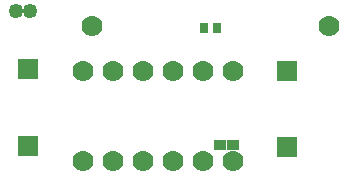
<source format=gbr>
G04 DesignSpark PCB Gerber Version 9.0 Build 5138 *
%FSLAX35Y35*%
%MOIN*%
%ADD71R,0.02654X0.03441*%
%ADD70R,0.06512X0.06906*%
%ADD19C,0.04937*%
%ADD17C,0.07000*%
%ADD18R,0.03953X0.03362*%
X0Y0D02*
D02*
D17*
X32461Y9124D03*
Y39124D03*
X35591Y54124D03*
X42461Y9124D03*
Y39124D03*
X52461Y9124D03*
Y39124D03*
X62461Y9124D03*
Y39124D03*
X72461Y9124D03*
Y39124D03*
X82461Y9124D03*
Y39124D03*
X114331Y54124D03*
D02*
D18*
X78295Y14624D03*
X82626D03*
D02*
D19*
X10039Y59124D03*
X14961D03*
D02*
D70*
X14193Y14183D03*
Y39773D03*
X100413Y13789D03*
Y39380D03*
D02*
D71*
X72795Y53624D03*
X77126D03*
X0Y0D02*
M02*

</source>
